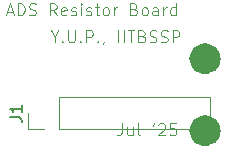
<source format=gbr>
%TF.GenerationSoftware,KiCad,Pcbnew,8.0.8+dfsg-1*%
%TF.CreationDate,2025-07-13T00:01:04+05:30*%
%TF.ProjectId,resistor_board,72657369-7374-46f7-925f-626f6172642e,rev?*%
%TF.SameCoordinates,Original*%
%TF.FileFunction,Legend,Top*%
%TF.FilePolarity,Positive*%
%FSLAX46Y46*%
G04 Gerber Fmt 4.6, Leading zero omitted, Abs format (unit mm)*
G04 Created by KiCad (PCBNEW 8.0.8+dfsg-1) date 2025-07-13 00:01:04*
%MOMM*%
%LPD*%
G01*
G04 APERTURE LIST*
%ADD10C,0.100000*%
%ADD11C,0.150000*%
%ADD12C,0.120000*%
%ADD13C,1.320000*%
G04 APERTURE END LIST*
D10*
X124421408Y-66907828D02*
X124421408Y-67384019D01*
X124088075Y-66384019D02*
X124421408Y-66907828D01*
X124421408Y-66907828D02*
X124754741Y-66384019D01*
X125088075Y-67288780D02*
X125135694Y-67336400D01*
X125135694Y-67336400D02*
X125088075Y-67384019D01*
X125088075Y-67384019D02*
X125040456Y-67336400D01*
X125040456Y-67336400D02*
X125088075Y-67288780D01*
X125088075Y-67288780D02*
X125088075Y-67384019D01*
X125564265Y-66384019D02*
X125564265Y-67193542D01*
X125564265Y-67193542D02*
X125611884Y-67288780D01*
X125611884Y-67288780D02*
X125659503Y-67336400D01*
X125659503Y-67336400D02*
X125754741Y-67384019D01*
X125754741Y-67384019D02*
X125945217Y-67384019D01*
X125945217Y-67384019D02*
X126040455Y-67336400D01*
X126040455Y-67336400D02*
X126088074Y-67288780D01*
X126088074Y-67288780D02*
X126135693Y-67193542D01*
X126135693Y-67193542D02*
X126135693Y-66384019D01*
X126611884Y-67288780D02*
X126659503Y-67336400D01*
X126659503Y-67336400D02*
X126611884Y-67384019D01*
X126611884Y-67384019D02*
X126564265Y-67336400D01*
X126564265Y-67336400D02*
X126611884Y-67288780D01*
X126611884Y-67288780D02*
X126611884Y-67384019D01*
X127088074Y-67384019D02*
X127088074Y-66384019D01*
X127088074Y-66384019D02*
X127469026Y-66384019D01*
X127469026Y-66384019D02*
X127564264Y-66431638D01*
X127564264Y-66431638D02*
X127611883Y-66479257D01*
X127611883Y-66479257D02*
X127659502Y-66574495D01*
X127659502Y-66574495D02*
X127659502Y-66717352D01*
X127659502Y-66717352D02*
X127611883Y-66812590D01*
X127611883Y-66812590D02*
X127564264Y-66860209D01*
X127564264Y-66860209D02*
X127469026Y-66907828D01*
X127469026Y-66907828D02*
X127088074Y-66907828D01*
X128088074Y-67288780D02*
X128135693Y-67336400D01*
X128135693Y-67336400D02*
X128088074Y-67384019D01*
X128088074Y-67384019D02*
X128040455Y-67336400D01*
X128040455Y-67336400D02*
X128088074Y-67288780D01*
X128088074Y-67288780D02*
X128088074Y-67384019D01*
X128611883Y-67336400D02*
X128611883Y-67384019D01*
X128611883Y-67384019D02*
X128564264Y-67479257D01*
X128564264Y-67479257D02*
X128516645Y-67526876D01*
X129802359Y-67384019D02*
X129802359Y-66384019D01*
X130278549Y-67384019D02*
X130278549Y-66384019D01*
X130611882Y-66384019D02*
X131183310Y-66384019D01*
X130897596Y-67384019D02*
X130897596Y-66384019D01*
X131849977Y-66860209D02*
X131992834Y-66907828D01*
X131992834Y-66907828D02*
X132040453Y-66955447D01*
X132040453Y-66955447D02*
X132088072Y-67050685D01*
X132088072Y-67050685D02*
X132088072Y-67193542D01*
X132088072Y-67193542D02*
X132040453Y-67288780D01*
X132040453Y-67288780D02*
X131992834Y-67336400D01*
X131992834Y-67336400D02*
X131897596Y-67384019D01*
X131897596Y-67384019D02*
X131516644Y-67384019D01*
X131516644Y-67384019D02*
X131516644Y-66384019D01*
X131516644Y-66384019D02*
X131849977Y-66384019D01*
X131849977Y-66384019D02*
X131945215Y-66431638D01*
X131945215Y-66431638D02*
X131992834Y-66479257D01*
X131992834Y-66479257D02*
X132040453Y-66574495D01*
X132040453Y-66574495D02*
X132040453Y-66669733D01*
X132040453Y-66669733D02*
X131992834Y-66764971D01*
X131992834Y-66764971D02*
X131945215Y-66812590D01*
X131945215Y-66812590D02*
X131849977Y-66860209D01*
X131849977Y-66860209D02*
X131516644Y-66860209D01*
X132469025Y-67336400D02*
X132611882Y-67384019D01*
X132611882Y-67384019D02*
X132849977Y-67384019D01*
X132849977Y-67384019D02*
X132945215Y-67336400D01*
X132945215Y-67336400D02*
X132992834Y-67288780D01*
X132992834Y-67288780D02*
X133040453Y-67193542D01*
X133040453Y-67193542D02*
X133040453Y-67098304D01*
X133040453Y-67098304D02*
X132992834Y-67003066D01*
X132992834Y-67003066D02*
X132945215Y-66955447D01*
X132945215Y-66955447D02*
X132849977Y-66907828D01*
X132849977Y-66907828D02*
X132659501Y-66860209D01*
X132659501Y-66860209D02*
X132564263Y-66812590D01*
X132564263Y-66812590D02*
X132516644Y-66764971D01*
X132516644Y-66764971D02*
X132469025Y-66669733D01*
X132469025Y-66669733D02*
X132469025Y-66574495D01*
X132469025Y-66574495D02*
X132516644Y-66479257D01*
X132516644Y-66479257D02*
X132564263Y-66431638D01*
X132564263Y-66431638D02*
X132659501Y-66384019D01*
X132659501Y-66384019D02*
X132897596Y-66384019D01*
X132897596Y-66384019D02*
X133040453Y-66431638D01*
X133421406Y-67336400D02*
X133564263Y-67384019D01*
X133564263Y-67384019D02*
X133802358Y-67384019D01*
X133802358Y-67384019D02*
X133897596Y-67336400D01*
X133897596Y-67336400D02*
X133945215Y-67288780D01*
X133945215Y-67288780D02*
X133992834Y-67193542D01*
X133992834Y-67193542D02*
X133992834Y-67098304D01*
X133992834Y-67098304D02*
X133945215Y-67003066D01*
X133945215Y-67003066D02*
X133897596Y-66955447D01*
X133897596Y-66955447D02*
X133802358Y-66907828D01*
X133802358Y-66907828D02*
X133611882Y-66860209D01*
X133611882Y-66860209D02*
X133516644Y-66812590D01*
X133516644Y-66812590D02*
X133469025Y-66764971D01*
X133469025Y-66764971D02*
X133421406Y-66669733D01*
X133421406Y-66669733D02*
X133421406Y-66574495D01*
X133421406Y-66574495D02*
X133469025Y-66479257D01*
X133469025Y-66479257D02*
X133516644Y-66431638D01*
X133516644Y-66431638D02*
X133611882Y-66384019D01*
X133611882Y-66384019D02*
X133849977Y-66384019D01*
X133849977Y-66384019D02*
X133992834Y-66431638D01*
X134421406Y-67384019D02*
X134421406Y-66384019D01*
X134421406Y-66384019D02*
X134802358Y-66384019D01*
X134802358Y-66384019D02*
X134897596Y-66431638D01*
X134897596Y-66431638D02*
X134945215Y-66479257D01*
X134945215Y-66479257D02*
X134992834Y-66574495D01*
X134992834Y-66574495D02*
X134992834Y-66717352D01*
X134992834Y-66717352D02*
X134945215Y-66812590D01*
X134945215Y-66812590D02*
X134897596Y-66860209D01*
X134897596Y-66860209D02*
X134802358Y-66907828D01*
X134802358Y-66907828D02*
X134421406Y-66907828D01*
X120405499Y-64812304D02*
X120881689Y-64812304D01*
X120310261Y-65098019D02*
X120643594Y-64098019D01*
X120643594Y-64098019D02*
X120976927Y-65098019D01*
X121310261Y-65098019D02*
X121310261Y-64098019D01*
X121310261Y-64098019D02*
X121548356Y-64098019D01*
X121548356Y-64098019D02*
X121691213Y-64145638D01*
X121691213Y-64145638D02*
X121786451Y-64240876D01*
X121786451Y-64240876D02*
X121834070Y-64336114D01*
X121834070Y-64336114D02*
X121881689Y-64526590D01*
X121881689Y-64526590D02*
X121881689Y-64669447D01*
X121881689Y-64669447D02*
X121834070Y-64859923D01*
X121834070Y-64859923D02*
X121786451Y-64955161D01*
X121786451Y-64955161D02*
X121691213Y-65050400D01*
X121691213Y-65050400D02*
X121548356Y-65098019D01*
X121548356Y-65098019D02*
X121310261Y-65098019D01*
X122262642Y-65050400D02*
X122405499Y-65098019D01*
X122405499Y-65098019D02*
X122643594Y-65098019D01*
X122643594Y-65098019D02*
X122738832Y-65050400D01*
X122738832Y-65050400D02*
X122786451Y-65002780D01*
X122786451Y-65002780D02*
X122834070Y-64907542D01*
X122834070Y-64907542D02*
X122834070Y-64812304D01*
X122834070Y-64812304D02*
X122786451Y-64717066D01*
X122786451Y-64717066D02*
X122738832Y-64669447D01*
X122738832Y-64669447D02*
X122643594Y-64621828D01*
X122643594Y-64621828D02*
X122453118Y-64574209D01*
X122453118Y-64574209D02*
X122357880Y-64526590D01*
X122357880Y-64526590D02*
X122310261Y-64478971D01*
X122310261Y-64478971D02*
X122262642Y-64383733D01*
X122262642Y-64383733D02*
X122262642Y-64288495D01*
X122262642Y-64288495D02*
X122310261Y-64193257D01*
X122310261Y-64193257D02*
X122357880Y-64145638D01*
X122357880Y-64145638D02*
X122453118Y-64098019D01*
X122453118Y-64098019D02*
X122691213Y-64098019D01*
X122691213Y-64098019D02*
X122834070Y-64145638D01*
X124595975Y-65098019D02*
X124262642Y-64621828D01*
X124024547Y-65098019D02*
X124024547Y-64098019D01*
X124024547Y-64098019D02*
X124405499Y-64098019D01*
X124405499Y-64098019D02*
X124500737Y-64145638D01*
X124500737Y-64145638D02*
X124548356Y-64193257D01*
X124548356Y-64193257D02*
X124595975Y-64288495D01*
X124595975Y-64288495D02*
X124595975Y-64431352D01*
X124595975Y-64431352D02*
X124548356Y-64526590D01*
X124548356Y-64526590D02*
X124500737Y-64574209D01*
X124500737Y-64574209D02*
X124405499Y-64621828D01*
X124405499Y-64621828D02*
X124024547Y-64621828D01*
X125405499Y-65050400D02*
X125310261Y-65098019D01*
X125310261Y-65098019D02*
X125119785Y-65098019D01*
X125119785Y-65098019D02*
X125024547Y-65050400D01*
X125024547Y-65050400D02*
X124976928Y-64955161D01*
X124976928Y-64955161D02*
X124976928Y-64574209D01*
X124976928Y-64574209D02*
X125024547Y-64478971D01*
X125024547Y-64478971D02*
X125119785Y-64431352D01*
X125119785Y-64431352D02*
X125310261Y-64431352D01*
X125310261Y-64431352D02*
X125405499Y-64478971D01*
X125405499Y-64478971D02*
X125453118Y-64574209D01*
X125453118Y-64574209D02*
X125453118Y-64669447D01*
X125453118Y-64669447D02*
X124976928Y-64764685D01*
X125834071Y-65050400D02*
X125929309Y-65098019D01*
X125929309Y-65098019D02*
X126119785Y-65098019D01*
X126119785Y-65098019D02*
X126215023Y-65050400D01*
X126215023Y-65050400D02*
X126262642Y-64955161D01*
X126262642Y-64955161D02*
X126262642Y-64907542D01*
X126262642Y-64907542D02*
X126215023Y-64812304D01*
X126215023Y-64812304D02*
X126119785Y-64764685D01*
X126119785Y-64764685D02*
X125976928Y-64764685D01*
X125976928Y-64764685D02*
X125881690Y-64717066D01*
X125881690Y-64717066D02*
X125834071Y-64621828D01*
X125834071Y-64621828D02*
X125834071Y-64574209D01*
X125834071Y-64574209D02*
X125881690Y-64478971D01*
X125881690Y-64478971D02*
X125976928Y-64431352D01*
X125976928Y-64431352D02*
X126119785Y-64431352D01*
X126119785Y-64431352D02*
X126215023Y-64478971D01*
X126691214Y-65098019D02*
X126691214Y-64431352D01*
X126691214Y-64098019D02*
X126643595Y-64145638D01*
X126643595Y-64145638D02*
X126691214Y-64193257D01*
X126691214Y-64193257D02*
X126738833Y-64145638D01*
X126738833Y-64145638D02*
X126691214Y-64098019D01*
X126691214Y-64098019D02*
X126691214Y-64193257D01*
X127119785Y-65050400D02*
X127215023Y-65098019D01*
X127215023Y-65098019D02*
X127405499Y-65098019D01*
X127405499Y-65098019D02*
X127500737Y-65050400D01*
X127500737Y-65050400D02*
X127548356Y-64955161D01*
X127548356Y-64955161D02*
X127548356Y-64907542D01*
X127548356Y-64907542D02*
X127500737Y-64812304D01*
X127500737Y-64812304D02*
X127405499Y-64764685D01*
X127405499Y-64764685D02*
X127262642Y-64764685D01*
X127262642Y-64764685D02*
X127167404Y-64717066D01*
X127167404Y-64717066D02*
X127119785Y-64621828D01*
X127119785Y-64621828D02*
X127119785Y-64574209D01*
X127119785Y-64574209D02*
X127167404Y-64478971D01*
X127167404Y-64478971D02*
X127262642Y-64431352D01*
X127262642Y-64431352D02*
X127405499Y-64431352D01*
X127405499Y-64431352D02*
X127500737Y-64478971D01*
X127834071Y-64431352D02*
X128215023Y-64431352D01*
X127976928Y-64098019D02*
X127976928Y-64955161D01*
X127976928Y-64955161D02*
X128024547Y-65050400D01*
X128024547Y-65050400D02*
X128119785Y-65098019D01*
X128119785Y-65098019D02*
X128215023Y-65098019D01*
X128691214Y-65098019D02*
X128595976Y-65050400D01*
X128595976Y-65050400D02*
X128548357Y-65002780D01*
X128548357Y-65002780D02*
X128500738Y-64907542D01*
X128500738Y-64907542D02*
X128500738Y-64621828D01*
X128500738Y-64621828D02*
X128548357Y-64526590D01*
X128548357Y-64526590D02*
X128595976Y-64478971D01*
X128595976Y-64478971D02*
X128691214Y-64431352D01*
X128691214Y-64431352D02*
X128834071Y-64431352D01*
X128834071Y-64431352D02*
X128929309Y-64478971D01*
X128929309Y-64478971D02*
X128976928Y-64526590D01*
X128976928Y-64526590D02*
X129024547Y-64621828D01*
X129024547Y-64621828D02*
X129024547Y-64907542D01*
X129024547Y-64907542D02*
X128976928Y-65002780D01*
X128976928Y-65002780D02*
X128929309Y-65050400D01*
X128929309Y-65050400D02*
X128834071Y-65098019D01*
X128834071Y-65098019D02*
X128691214Y-65098019D01*
X129453119Y-65098019D02*
X129453119Y-64431352D01*
X129453119Y-64621828D02*
X129500738Y-64526590D01*
X129500738Y-64526590D02*
X129548357Y-64478971D01*
X129548357Y-64478971D02*
X129643595Y-64431352D01*
X129643595Y-64431352D02*
X129738833Y-64431352D01*
X131167405Y-64574209D02*
X131310262Y-64621828D01*
X131310262Y-64621828D02*
X131357881Y-64669447D01*
X131357881Y-64669447D02*
X131405500Y-64764685D01*
X131405500Y-64764685D02*
X131405500Y-64907542D01*
X131405500Y-64907542D02*
X131357881Y-65002780D01*
X131357881Y-65002780D02*
X131310262Y-65050400D01*
X131310262Y-65050400D02*
X131215024Y-65098019D01*
X131215024Y-65098019D02*
X130834072Y-65098019D01*
X130834072Y-65098019D02*
X130834072Y-64098019D01*
X130834072Y-64098019D02*
X131167405Y-64098019D01*
X131167405Y-64098019D02*
X131262643Y-64145638D01*
X131262643Y-64145638D02*
X131310262Y-64193257D01*
X131310262Y-64193257D02*
X131357881Y-64288495D01*
X131357881Y-64288495D02*
X131357881Y-64383733D01*
X131357881Y-64383733D02*
X131310262Y-64478971D01*
X131310262Y-64478971D02*
X131262643Y-64526590D01*
X131262643Y-64526590D02*
X131167405Y-64574209D01*
X131167405Y-64574209D02*
X130834072Y-64574209D01*
X131976929Y-65098019D02*
X131881691Y-65050400D01*
X131881691Y-65050400D02*
X131834072Y-65002780D01*
X131834072Y-65002780D02*
X131786453Y-64907542D01*
X131786453Y-64907542D02*
X131786453Y-64621828D01*
X131786453Y-64621828D02*
X131834072Y-64526590D01*
X131834072Y-64526590D02*
X131881691Y-64478971D01*
X131881691Y-64478971D02*
X131976929Y-64431352D01*
X131976929Y-64431352D02*
X132119786Y-64431352D01*
X132119786Y-64431352D02*
X132215024Y-64478971D01*
X132215024Y-64478971D02*
X132262643Y-64526590D01*
X132262643Y-64526590D02*
X132310262Y-64621828D01*
X132310262Y-64621828D02*
X132310262Y-64907542D01*
X132310262Y-64907542D02*
X132262643Y-65002780D01*
X132262643Y-65002780D02*
X132215024Y-65050400D01*
X132215024Y-65050400D02*
X132119786Y-65098019D01*
X132119786Y-65098019D02*
X131976929Y-65098019D01*
X133167405Y-65098019D02*
X133167405Y-64574209D01*
X133167405Y-64574209D02*
X133119786Y-64478971D01*
X133119786Y-64478971D02*
X133024548Y-64431352D01*
X133024548Y-64431352D02*
X132834072Y-64431352D01*
X132834072Y-64431352D02*
X132738834Y-64478971D01*
X133167405Y-65050400D02*
X133072167Y-65098019D01*
X133072167Y-65098019D02*
X132834072Y-65098019D01*
X132834072Y-65098019D02*
X132738834Y-65050400D01*
X132738834Y-65050400D02*
X132691215Y-64955161D01*
X132691215Y-64955161D02*
X132691215Y-64859923D01*
X132691215Y-64859923D02*
X132738834Y-64764685D01*
X132738834Y-64764685D02*
X132834072Y-64717066D01*
X132834072Y-64717066D02*
X133072167Y-64717066D01*
X133072167Y-64717066D02*
X133167405Y-64669447D01*
X133643596Y-65098019D02*
X133643596Y-64431352D01*
X133643596Y-64621828D02*
X133691215Y-64526590D01*
X133691215Y-64526590D02*
X133738834Y-64478971D01*
X133738834Y-64478971D02*
X133834072Y-64431352D01*
X133834072Y-64431352D02*
X133929310Y-64431352D01*
X134691215Y-65098019D02*
X134691215Y-64098019D01*
X134691215Y-65050400D02*
X134595977Y-65098019D01*
X134595977Y-65098019D02*
X134405501Y-65098019D01*
X134405501Y-65098019D02*
X134310263Y-65050400D01*
X134310263Y-65050400D02*
X134262644Y-65002780D01*
X134262644Y-65002780D02*
X134215025Y-64907542D01*
X134215025Y-64907542D02*
X134215025Y-64621828D01*
X134215025Y-64621828D02*
X134262644Y-64526590D01*
X134262644Y-64526590D02*
X134310263Y-64478971D01*
X134310263Y-64478971D02*
X134405501Y-64431352D01*
X134405501Y-64431352D02*
X134595977Y-64431352D01*
X134595977Y-64431352D02*
X134691215Y-64478971D01*
X130119786Y-74258019D02*
X130119786Y-74972304D01*
X130119786Y-74972304D02*
X130072167Y-75115161D01*
X130072167Y-75115161D02*
X129976929Y-75210400D01*
X129976929Y-75210400D02*
X129834072Y-75258019D01*
X129834072Y-75258019D02*
X129738834Y-75258019D01*
X131024548Y-74591352D02*
X131024548Y-75258019D01*
X130595977Y-74591352D02*
X130595977Y-75115161D01*
X130595977Y-75115161D02*
X130643596Y-75210400D01*
X130643596Y-75210400D02*
X130738834Y-75258019D01*
X130738834Y-75258019D02*
X130881691Y-75258019D01*
X130881691Y-75258019D02*
X130976929Y-75210400D01*
X130976929Y-75210400D02*
X131024548Y-75162780D01*
X131643596Y-75258019D02*
X131548358Y-75210400D01*
X131548358Y-75210400D02*
X131500739Y-75115161D01*
X131500739Y-75115161D02*
X131500739Y-74258019D01*
X132834073Y-74258019D02*
X132738835Y-74448495D01*
X133215025Y-74353257D02*
X133262644Y-74305638D01*
X133262644Y-74305638D02*
X133357882Y-74258019D01*
X133357882Y-74258019D02*
X133595977Y-74258019D01*
X133595977Y-74258019D02*
X133691215Y-74305638D01*
X133691215Y-74305638D02*
X133738834Y-74353257D01*
X133738834Y-74353257D02*
X133786453Y-74448495D01*
X133786453Y-74448495D02*
X133786453Y-74543733D01*
X133786453Y-74543733D02*
X133738834Y-74686590D01*
X133738834Y-74686590D02*
X133167406Y-75258019D01*
X133167406Y-75258019D02*
X133786453Y-75258019D01*
X134691215Y-74258019D02*
X134215025Y-74258019D01*
X134215025Y-74258019D02*
X134167406Y-74734209D01*
X134167406Y-74734209D02*
X134215025Y-74686590D01*
X134215025Y-74686590D02*
X134310263Y-74638971D01*
X134310263Y-74638971D02*
X134548358Y-74638971D01*
X134548358Y-74638971D02*
X134643596Y-74686590D01*
X134643596Y-74686590D02*
X134691215Y-74734209D01*
X134691215Y-74734209D02*
X134738834Y-74829447D01*
X134738834Y-74829447D02*
X134738834Y-75067542D01*
X134738834Y-75067542D02*
X134691215Y-75162780D01*
X134691215Y-75162780D02*
X134643596Y-75210400D01*
X134643596Y-75210400D02*
X134548358Y-75258019D01*
X134548358Y-75258019D02*
X134310263Y-75258019D01*
X134310263Y-75258019D02*
X134215025Y-75210400D01*
X134215025Y-75210400D02*
X134167406Y-75162780D01*
D11*
X120659919Y-73718885D02*
X121374204Y-73718885D01*
X121374204Y-73718885D02*
X121517061Y-73766504D01*
X121517061Y-73766504D02*
X121612300Y-73861742D01*
X121612300Y-73861742D02*
X121659919Y-74004599D01*
X121659919Y-74004599D02*
X121659919Y-74099837D01*
X121659919Y-72718885D02*
X121659919Y-73290313D01*
X121659919Y-73004599D02*
X120659919Y-73004599D01*
X120659919Y-73004599D02*
X120802776Y-73099837D01*
X120802776Y-73099837D02*
X120898014Y-73195075D01*
X120898014Y-73195075D02*
X120945633Y-73290313D01*
D12*
%TO.C,J1*%
X122205100Y-74715552D02*
X122205100Y-73385552D01*
X123535100Y-74715552D02*
X122205100Y-74715552D01*
X124805100Y-72055552D02*
X137565100Y-72055552D01*
X124805100Y-74715552D02*
X124805100Y-72055552D01*
X124805100Y-74715552D02*
X137565100Y-74715552D01*
X137565100Y-74715552D02*
X137565100Y-72055552D01*
%TO.C,SW1*%
D13*
X137815100Y-68781600D02*
G75*
G02*
X136495100Y-68781600I-660000J0D01*
G01*
X136495100Y-68781600D02*
G75*
G02*
X137815100Y-68781600I660000J0D01*
G01*
%TO.C,SW2*%
X137815100Y-74877600D02*
G75*
G02*
X136495100Y-74877600I-660000J0D01*
G01*
X136495100Y-74877600D02*
G75*
G02*
X137815100Y-74877600I660000J0D01*
G01*
%TD*%
M02*

</source>
